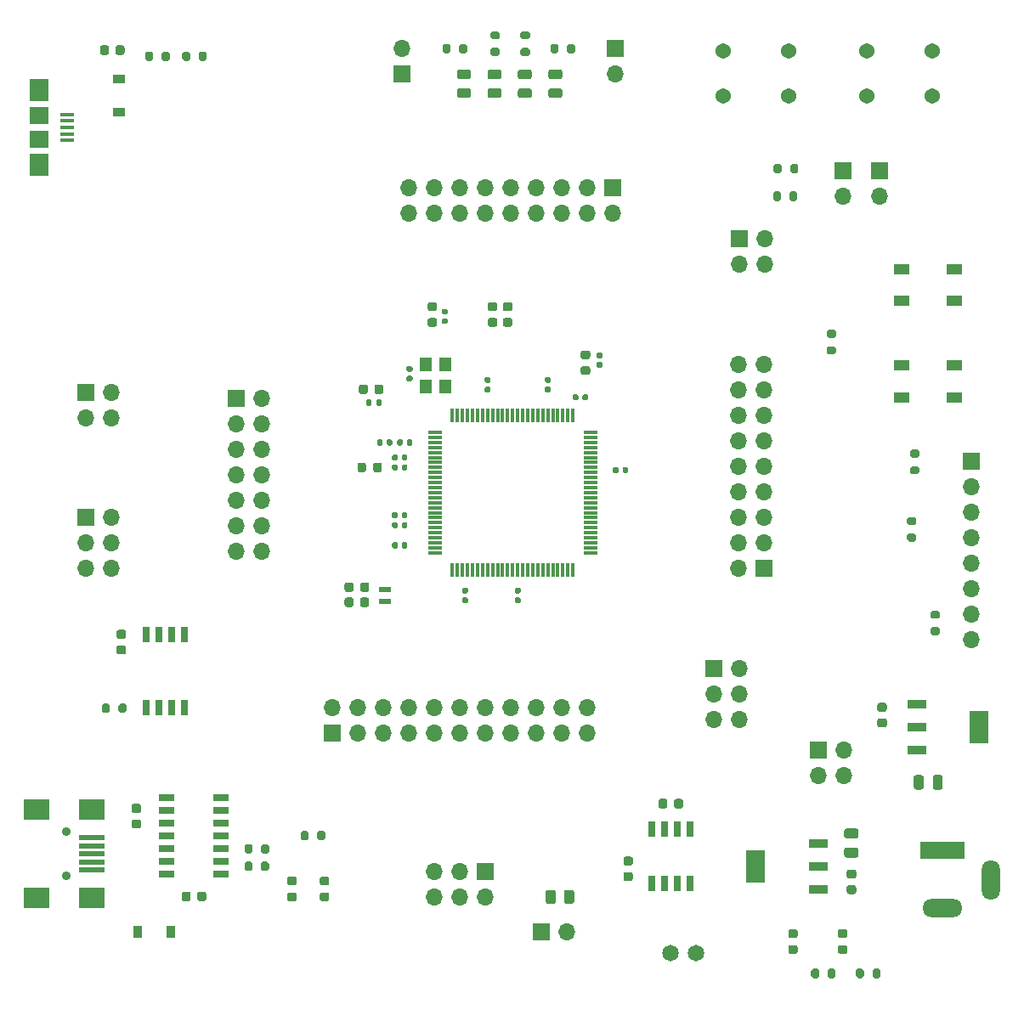
<source format=gts>
G04 #@! TF.GenerationSoftware,KiCad,Pcbnew,(5.1.10)-1*
G04 #@! TF.CreationDate,2021-10-22T20:36:56-06:00*
G04 #@! TF.ProjectId,SAMduino,53414d64-7569-46e6-9f2e-6b696361645f,rev?*
G04 #@! TF.SameCoordinates,Original*
G04 #@! TF.FileFunction,Soldermask,Top*
G04 #@! TF.FilePolarity,Negative*
%FSLAX46Y46*%
G04 Gerber Fmt 4.6, Leading zero omitted, Abs format (unit mm)*
G04 Created by KiCad (PCBNEW (5.1.10)-1) date 2021-10-22 20:36:56*
%MOMM*%
%LPD*%
G01*
G04 APERTURE LIST*
%ADD10R,1.850000X3.200000*%
%ADD11R,1.850000X0.900000*%
%ADD12R,1.200000X1.400000*%
%ADD13R,1.200000X0.600000*%
%ADD14R,1.550000X1.000000*%
%ADD15C,1.540000*%
%ADD16O,1.700000X1.700000*%
%ADD17R,1.700000X1.700000*%
%ADD18C,1.650000*%
%ADD19C,0.900000*%
%ADD20R,2.500000X0.500000*%
%ADD21R,2.500000X2.000000*%
%ADD22R,1.400000X0.400000*%
%ADD23R,1.900000X2.300000*%
%ADD24R,1.900000X1.800000*%
%ADD25R,4.400000X1.800000*%
%ADD26O,4.000000X1.800000*%
%ADD27O,1.800000X4.000000*%
%ADD28R,0.650000X1.500000*%
%ADD29R,1.500000X0.650000*%
%ADD30R,0.700000X1.550000*%
%ADD31R,0.300000X1.475000*%
%ADD32R,1.475000X0.300000*%
%ADD33R,0.900000X1.200000*%
%ADD34R,1.200000X0.900000*%
G04 APERTURE END LIST*
D10*
X129725000Y-124650000D03*
D11*
X123525000Y-126950000D03*
X123525000Y-124650000D03*
X123525000Y-122350000D03*
D10*
X107475000Y-138500000D03*
D11*
X113675000Y-136200000D03*
X113675000Y-138500000D03*
X113675000Y-140800000D03*
G36*
G01*
X125100000Y-130600000D02*
X125100000Y-129650000D01*
G75*
G02*
X125350000Y-129400000I250000J0D01*
G01*
X125850000Y-129400000D01*
G75*
G02*
X126100000Y-129650000I0J-250000D01*
G01*
X126100000Y-130600000D01*
G75*
G02*
X125850000Y-130850000I-250000J0D01*
G01*
X125350000Y-130850000D01*
G75*
G02*
X125100000Y-130600000I0J250000D01*
G01*
G37*
G36*
G01*
X123200000Y-130600000D02*
X123200000Y-129650000D01*
G75*
G02*
X123450000Y-129400000I250000J0D01*
G01*
X123950000Y-129400000D01*
G75*
G02*
X124200000Y-129650000I0J-250000D01*
G01*
X124200000Y-130600000D01*
G75*
G02*
X123950000Y-130850000I-250000J0D01*
G01*
X123450000Y-130850000D01*
G75*
G02*
X123200000Y-130600000I0J250000D01*
G01*
G37*
G36*
G01*
X117475000Y-135725000D02*
X116525000Y-135725000D01*
G75*
G02*
X116275000Y-135475000I0J250000D01*
G01*
X116275000Y-134975000D01*
G75*
G02*
X116525000Y-134725000I250000J0D01*
G01*
X117475000Y-134725000D01*
G75*
G02*
X117725000Y-134975000I0J-250000D01*
G01*
X117725000Y-135475000D01*
G75*
G02*
X117475000Y-135725000I-250000J0D01*
G01*
G37*
G36*
G01*
X117475000Y-137625000D02*
X116525000Y-137625000D01*
G75*
G02*
X116275000Y-137375000I0J250000D01*
G01*
X116275000Y-136875000D01*
G75*
G02*
X116525000Y-136625000I250000J0D01*
G01*
X117475000Y-136625000D01*
G75*
G02*
X117725000Y-136875000I0J-250000D01*
G01*
X117725000Y-137375000D01*
G75*
G02*
X117475000Y-137625000I-250000J0D01*
G01*
G37*
D12*
X76500000Y-88475000D03*
X76500000Y-90675000D03*
X74600000Y-90675000D03*
X74600000Y-88475000D03*
D13*
X70500000Y-112100000D03*
X70500000Y-110900000D03*
G36*
G01*
X62925000Y-135175000D02*
X62925000Y-135725000D01*
G75*
G02*
X62725000Y-135925000I-200000J0D01*
G01*
X62325000Y-135925000D01*
G75*
G02*
X62125000Y-135725000I0J200000D01*
G01*
X62125000Y-135175000D01*
G75*
G02*
X62325000Y-134975000I200000J0D01*
G01*
X62725000Y-134975000D01*
G75*
G02*
X62925000Y-135175000I0J-200000D01*
G01*
G37*
G36*
G01*
X64575000Y-135175000D02*
X64575000Y-135725000D01*
G75*
G02*
X64375000Y-135925000I-200000J0D01*
G01*
X63975000Y-135925000D01*
G75*
G02*
X63775000Y-135725000I0J200000D01*
G01*
X63775000Y-135175000D01*
G75*
G02*
X63975000Y-134975000I200000J0D01*
G01*
X64375000Y-134975000D01*
G75*
G02*
X64575000Y-135175000I0J-200000D01*
G01*
G37*
D14*
X122025000Y-78950000D03*
X127275000Y-78950000D03*
X122025000Y-82150000D03*
X127275000Y-82150000D03*
X122025000Y-88550000D03*
X127275000Y-88550000D03*
X122025000Y-91750000D03*
X127275000Y-91750000D03*
D15*
X104250000Y-57250000D03*
X110750000Y-57250000D03*
X104250000Y-61750000D03*
X110750000Y-61750000D03*
X118550000Y-57250000D03*
X125050000Y-57250000D03*
X118550000Y-61750000D03*
X125050000Y-61750000D03*
G36*
G01*
X114625000Y-149450000D02*
X114625000Y-148900000D01*
G75*
G02*
X114825000Y-148700000I200000J0D01*
G01*
X115225000Y-148700000D01*
G75*
G02*
X115425000Y-148900000I0J-200000D01*
G01*
X115425000Y-149450000D01*
G75*
G02*
X115225000Y-149650000I-200000J0D01*
G01*
X114825000Y-149650000D01*
G75*
G02*
X114625000Y-149450000I0J200000D01*
G01*
G37*
G36*
G01*
X112975000Y-149450000D02*
X112975000Y-148900000D01*
G75*
G02*
X113175000Y-148700000I200000J0D01*
G01*
X113575000Y-148700000D01*
G75*
G02*
X113775000Y-148900000I0J-200000D01*
G01*
X113775000Y-149450000D01*
G75*
G02*
X113575000Y-149650000I-200000J0D01*
G01*
X113175000Y-149650000D01*
G75*
G02*
X112975000Y-149450000I0J200000D01*
G01*
G37*
G36*
G01*
X118250000Y-148900000D02*
X118250000Y-149450000D01*
G75*
G02*
X118050000Y-149650000I-200000J0D01*
G01*
X117650000Y-149650000D01*
G75*
G02*
X117450000Y-149450000I0J200000D01*
G01*
X117450000Y-148900000D01*
G75*
G02*
X117650000Y-148700000I200000J0D01*
G01*
X118050000Y-148700000D01*
G75*
G02*
X118250000Y-148900000I0J-200000D01*
G01*
G37*
G36*
G01*
X119900000Y-148900000D02*
X119900000Y-149450000D01*
G75*
G02*
X119700000Y-149650000I-200000J0D01*
G01*
X119300000Y-149650000D01*
G75*
G02*
X119100000Y-149450000I0J200000D01*
G01*
X119100000Y-148900000D01*
G75*
G02*
X119300000Y-148700000I200000J0D01*
G01*
X119700000Y-148700000D01*
G75*
G02*
X119900000Y-148900000I0J-200000D01*
G01*
G37*
G36*
G01*
X122725000Y-105325000D02*
X123275000Y-105325000D01*
G75*
G02*
X123475000Y-105525000I0J-200000D01*
G01*
X123475000Y-105925000D01*
G75*
G02*
X123275000Y-106125000I-200000J0D01*
G01*
X122725000Y-106125000D01*
G75*
G02*
X122525000Y-105925000I0J200000D01*
G01*
X122525000Y-105525000D01*
G75*
G02*
X122725000Y-105325000I200000J0D01*
G01*
G37*
G36*
G01*
X122725000Y-103675000D02*
X123275000Y-103675000D01*
G75*
G02*
X123475000Y-103875000I0J-200000D01*
G01*
X123475000Y-104275000D01*
G75*
G02*
X123275000Y-104475000I-200000J0D01*
G01*
X122725000Y-104475000D01*
G75*
G02*
X122525000Y-104275000I0J200000D01*
G01*
X122525000Y-103875000D01*
G75*
G02*
X122725000Y-103675000I200000J0D01*
G01*
G37*
G36*
G01*
X123575000Y-97775000D02*
X123025000Y-97775000D01*
G75*
G02*
X122825000Y-97575000I0J200000D01*
G01*
X122825000Y-97175000D01*
G75*
G02*
X123025000Y-96975000I200000J0D01*
G01*
X123575000Y-96975000D01*
G75*
G02*
X123775000Y-97175000I0J-200000D01*
G01*
X123775000Y-97575000D01*
G75*
G02*
X123575000Y-97775000I-200000J0D01*
G01*
G37*
G36*
G01*
X123575000Y-99425000D02*
X123025000Y-99425000D01*
G75*
G02*
X122825000Y-99225000I0J200000D01*
G01*
X122825000Y-98825000D01*
G75*
G02*
X123025000Y-98625000I200000J0D01*
G01*
X123575000Y-98625000D01*
G75*
G02*
X123775000Y-98825000I0J-200000D01*
G01*
X123775000Y-99225000D01*
G75*
G02*
X123575000Y-99425000I-200000J0D01*
G01*
G37*
G36*
G01*
X109975000Y-71425000D02*
X109975000Y-71975000D01*
G75*
G02*
X109775000Y-72175000I-200000J0D01*
G01*
X109375000Y-72175000D01*
G75*
G02*
X109175000Y-71975000I0J200000D01*
G01*
X109175000Y-71425000D01*
G75*
G02*
X109375000Y-71225000I200000J0D01*
G01*
X109775000Y-71225000D01*
G75*
G02*
X109975000Y-71425000I0J-200000D01*
G01*
G37*
G36*
G01*
X111625000Y-71425000D02*
X111625000Y-71975000D01*
G75*
G02*
X111425000Y-72175000I-200000J0D01*
G01*
X111025000Y-72175000D01*
G75*
G02*
X110825000Y-71975000I0J200000D01*
G01*
X110825000Y-71425000D01*
G75*
G02*
X111025000Y-71225000I200000J0D01*
G01*
X111425000Y-71225000D01*
G75*
G02*
X111625000Y-71425000I0J-200000D01*
G01*
G37*
G36*
G01*
X110050000Y-68675000D02*
X110050000Y-69225000D01*
G75*
G02*
X109850000Y-69425000I-200000J0D01*
G01*
X109450000Y-69425000D01*
G75*
G02*
X109250000Y-69225000I0J200000D01*
G01*
X109250000Y-68675000D01*
G75*
G02*
X109450000Y-68475000I200000J0D01*
G01*
X109850000Y-68475000D01*
G75*
G02*
X110050000Y-68675000I0J-200000D01*
G01*
G37*
G36*
G01*
X111700000Y-68675000D02*
X111700000Y-69225000D01*
G75*
G02*
X111500000Y-69425000I-200000J0D01*
G01*
X111100000Y-69425000D01*
G75*
G02*
X110900000Y-69225000I0J200000D01*
G01*
X110900000Y-68675000D01*
G75*
G02*
X111100000Y-68475000I200000J0D01*
G01*
X111500000Y-68475000D01*
G75*
G02*
X111700000Y-68675000I0J-200000D01*
G01*
G37*
G36*
G01*
X115275000Y-85825000D02*
X114725000Y-85825000D01*
G75*
G02*
X114525000Y-85625000I0J200000D01*
G01*
X114525000Y-85225000D01*
G75*
G02*
X114725000Y-85025000I200000J0D01*
G01*
X115275000Y-85025000D01*
G75*
G02*
X115475000Y-85225000I0J-200000D01*
G01*
X115475000Y-85625000D01*
G75*
G02*
X115275000Y-85825000I-200000J0D01*
G01*
G37*
G36*
G01*
X115275000Y-87475000D02*
X114725000Y-87475000D01*
G75*
G02*
X114525000Y-87275000I0J200000D01*
G01*
X114525000Y-86875000D01*
G75*
G02*
X114725000Y-86675000I200000J0D01*
G01*
X115275000Y-86675000D01*
G75*
G02*
X115475000Y-86875000I0J-200000D01*
G01*
X115475000Y-87275000D01*
G75*
G02*
X115275000Y-87475000I-200000J0D01*
G01*
G37*
G36*
G01*
X87825000Y-56725000D02*
X87825000Y-57275000D01*
G75*
G02*
X87625000Y-57475000I-200000J0D01*
G01*
X87225000Y-57475000D01*
G75*
G02*
X87025000Y-57275000I0J200000D01*
G01*
X87025000Y-56725000D01*
G75*
G02*
X87225000Y-56525000I200000J0D01*
G01*
X87625000Y-56525000D01*
G75*
G02*
X87825000Y-56725000I0J-200000D01*
G01*
G37*
G36*
G01*
X89475000Y-56725000D02*
X89475000Y-57275000D01*
G75*
G02*
X89275000Y-57475000I-200000J0D01*
G01*
X88875000Y-57475000D01*
G75*
G02*
X88675000Y-57275000I0J200000D01*
G01*
X88675000Y-56725000D01*
G75*
G02*
X88875000Y-56525000I200000J0D01*
G01*
X89275000Y-56525000D01*
G75*
G02*
X89475000Y-56725000I0J-200000D01*
G01*
G37*
G36*
G01*
X84225000Y-56925000D02*
X84775000Y-56925000D01*
G75*
G02*
X84975000Y-57125000I0J-200000D01*
G01*
X84975000Y-57525000D01*
G75*
G02*
X84775000Y-57725000I-200000J0D01*
G01*
X84225000Y-57725000D01*
G75*
G02*
X84025000Y-57525000I0J200000D01*
G01*
X84025000Y-57125000D01*
G75*
G02*
X84225000Y-56925000I200000J0D01*
G01*
G37*
G36*
G01*
X84225000Y-55275000D02*
X84775000Y-55275000D01*
G75*
G02*
X84975000Y-55475000I0J-200000D01*
G01*
X84975000Y-55875000D01*
G75*
G02*
X84775000Y-56075000I-200000J0D01*
G01*
X84225000Y-56075000D01*
G75*
G02*
X84025000Y-55875000I0J200000D01*
G01*
X84025000Y-55475000D01*
G75*
G02*
X84225000Y-55275000I200000J0D01*
G01*
G37*
G36*
G01*
X81225000Y-56925000D02*
X81775000Y-56925000D01*
G75*
G02*
X81975000Y-57125000I0J-200000D01*
G01*
X81975000Y-57525000D01*
G75*
G02*
X81775000Y-57725000I-200000J0D01*
G01*
X81225000Y-57725000D01*
G75*
G02*
X81025000Y-57525000I0J200000D01*
G01*
X81025000Y-57125000D01*
G75*
G02*
X81225000Y-56925000I200000J0D01*
G01*
G37*
G36*
G01*
X81225000Y-55275000D02*
X81775000Y-55275000D01*
G75*
G02*
X81975000Y-55475000I0J-200000D01*
G01*
X81975000Y-55875000D01*
G75*
G02*
X81775000Y-56075000I-200000J0D01*
G01*
X81225000Y-56075000D01*
G75*
G02*
X81025000Y-55875000I0J200000D01*
G01*
X81025000Y-55475000D01*
G75*
G02*
X81225000Y-55275000I200000J0D01*
G01*
G37*
G36*
G01*
X77925000Y-57275000D02*
X77925000Y-56725000D01*
G75*
G02*
X78125000Y-56525000I200000J0D01*
G01*
X78525000Y-56525000D01*
G75*
G02*
X78725000Y-56725000I0J-200000D01*
G01*
X78725000Y-57275000D01*
G75*
G02*
X78525000Y-57475000I-200000J0D01*
G01*
X78125000Y-57475000D01*
G75*
G02*
X77925000Y-57275000I0J200000D01*
G01*
G37*
G36*
G01*
X76275000Y-57275000D02*
X76275000Y-56725000D01*
G75*
G02*
X76475000Y-56525000I200000J0D01*
G01*
X76875000Y-56525000D01*
G75*
G02*
X77075000Y-56725000I0J-200000D01*
G01*
X77075000Y-57275000D01*
G75*
G02*
X76875000Y-57475000I-200000J0D01*
G01*
X76475000Y-57475000D01*
G75*
G02*
X76275000Y-57275000I0J200000D01*
G01*
G37*
G36*
G01*
X125625000Y-113825000D02*
X125075000Y-113825000D01*
G75*
G02*
X124875000Y-113625000I0J200000D01*
G01*
X124875000Y-113225000D01*
G75*
G02*
X125075000Y-113025000I200000J0D01*
G01*
X125625000Y-113025000D01*
G75*
G02*
X125825000Y-113225000I0J-200000D01*
G01*
X125825000Y-113625000D01*
G75*
G02*
X125625000Y-113825000I-200000J0D01*
G01*
G37*
G36*
G01*
X125625000Y-115475000D02*
X125075000Y-115475000D01*
G75*
G02*
X124875000Y-115275000I0J200000D01*
G01*
X124875000Y-114875000D01*
G75*
G02*
X125075000Y-114675000I200000J0D01*
G01*
X125625000Y-114675000D01*
G75*
G02*
X125825000Y-114875000I0J-200000D01*
G01*
X125825000Y-115275000D01*
G75*
G02*
X125625000Y-115475000I-200000J0D01*
G01*
G37*
G36*
G01*
X88350000Y-142000002D02*
X88350000Y-141099998D01*
G75*
G02*
X88599998Y-140850000I249998J0D01*
G01*
X89125002Y-140850000D01*
G75*
G02*
X89375000Y-141099998I0J-249998D01*
G01*
X89375000Y-142000002D01*
G75*
G02*
X89125002Y-142250000I-249998J0D01*
G01*
X88599998Y-142250000D01*
G75*
G02*
X88350000Y-142000002I0J249998D01*
G01*
G37*
G36*
G01*
X86525000Y-142000002D02*
X86525000Y-141099998D01*
G75*
G02*
X86774998Y-140850000I249998J0D01*
G01*
X87300002Y-140850000D01*
G75*
G02*
X87550000Y-141099998I0J-249998D01*
G01*
X87550000Y-142000002D01*
G75*
G02*
X87300002Y-142250000I-249998J0D01*
G01*
X86774998Y-142250000D01*
G75*
G02*
X86525000Y-142000002I0J249998D01*
G01*
G37*
G36*
G01*
X58175000Y-137025000D02*
X58175000Y-136475000D01*
G75*
G02*
X58375000Y-136275000I200000J0D01*
G01*
X58775000Y-136275000D01*
G75*
G02*
X58975000Y-136475000I0J-200000D01*
G01*
X58975000Y-137025000D01*
G75*
G02*
X58775000Y-137225000I-200000J0D01*
G01*
X58375000Y-137225000D01*
G75*
G02*
X58175000Y-137025000I0J200000D01*
G01*
G37*
G36*
G01*
X56525000Y-137025000D02*
X56525000Y-136475000D01*
G75*
G02*
X56725000Y-136275000I200000J0D01*
G01*
X57125000Y-136275000D01*
G75*
G02*
X57325000Y-136475000I0J-200000D01*
G01*
X57325000Y-137025000D01*
G75*
G02*
X57125000Y-137225000I-200000J0D01*
G01*
X56725000Y-137225000D01*
G75*
G02*
X56525000Y-137025000I0J200000D01*
G01*
G37*
G36*
G01*
X58175000Y-138775000D02*
X58175000Y-138225000D01*
G75*
G02*
X58375000Y-138025000I200000J0D01*
G01*
X58775000Y-138025000D01*
G75*
G02*
X58975000Y-138225000I0J-200000D01*
G01*
X58975000Y-138775000D01*
G75*
G02*
X58775000Y-138975000I-200000J0D01*
G01*
X58375000Y-138975000D01*
G75*
G02*
X58175000Y-138775000I0J200000D01*
G01*
G37*
G36*
G01*
X56525000Y-138775000D02*
X56525000Y-138225000D01*
G75*
G02*
X56725000Y-138025000I200000J0D01*
G01*
X57125000Y-138025000D01*
G75*
G02*
X57325000Y-138225000I0J-200000D01*
G01*
X57325000Y-138775000D01*
G75*
G02*
X57125000Y-138975000I-200000J0D01*
G01*
X56725000Y-138975000D01*
G75*
G02*
X56525000Y-138775000I0J200000D01*
G01*
G37*
G36*
G01*
X43975000Y-123025000D02*
X43975000Y-122475000D01*
G75*
G02*
X44175000Y-122275000I200000J0D01*
G01*
X44575000Y-122275000D01*
G75*
G02*
X44775000Y-122475000I0J-200000D01*
G01*
X44775000Y-123025000D01*
G75*
G02*
X44575000Y-123225000I-200000J0D01*
G01*
X44175000Y-123225000D01*
G75*
G02*
X43975000Y-123025000I0J200000D01*
G01*
G37*
G36*
G01*
X42325000Y-123025000D02*
X42325000Y-122475000D01*
G75*
G02*
X42525000Y-122275000I200000J0D01*
G01*
X42925000Y-122275000D01*
G75*
G02*
X43125000Y-122475000I0J-200000D01*
G01*
X43125000Y-123025000D01*
G75*
G02*
X42925000Y-123225000I-200000J0D01*
G01*
X42525000Y-123225000D01*
G75*
G02*
X42325000Y-123025000I0J200000D01*
G01*
G37*
G36*
G01*
X48275000Y-58025000D02*
X48275000Y-57475000D01*
G75*
G02*
X48475000Y-57275000I200000J0D01*
G01*
X48875000Y-57275000D01*
G75*
G02*
X49075000Y-57475000I0J-200000D01*
G01*
X49075000Y-58025000D01*
G75*
G02*
X48875000Y-58225000I-200000J0D01*
G01*
X48475000Y-58225000D01*
G75*
G02*
X48275000Y-58025000I0J200000D01*
G01*
G37*
G36*
G01*
X46625000Y-58025000D02*
X46625000Y-57475000D01*
G75*
G02*
X46825000Y-57275000I200000J0D01*
G01*
X47225000Y-57275000D01*
G75*
G02*
X47425000Y-57475000I0J-200000D01*
G01*
X47425000Y-58025000D01*
G75*
G02*
X47225000Y-58225000I-200000J0D01*
G01*
X46825000Y-58225000D01*
G75*
G02*
X46625000Y-58025000I0J200000D01*
G01*
G37*
G36*
G01*
X51975000Y-58025000D02*
X51975000Y-57475000D01*
G75*
G02*
X52175000Y-57275000I200000J0D01*
G01*
X52575000Y-57275000D01*
G75*
G02*
X52775000Y-57475000I0J-200000D01*
G01*
X52775000Y-58025000D01*
G75*
G02*
X52575000Y-58225000I-200000J0D01*
G01*
X52175000Y-58225000D01*
G75*
G02*
X51975000Y-58025000I0J200000D01*
G01*
G37*
G36*
G01*
X50325000Y-58025000D02*
X50325000Y-57475000D01*
G75*
G02*
X50525000Y-57275000I200000J0D01*
G01*
X50925000Y-57275000D01*
G75*
G02*
X51125000Y-57475000I0J-200000D01*
G01*
X51125000Y-58025000D01*
G75*
G02*
X50925000Y-58225000I-200000J0D01*
G01*
X50525000Y-58225000D01*
G75*
G02*
X50325000Y-58025000I0J200000D01*
G01*
G37*
G36*
G01*
X69170000Y-92090000D02*
X69170000Y-92460000D01*
G75*
G02*
X69035000Y-92595000I-135000J0D01*
G01*
X68765000Y-92595000D01*
G75*
G02*
X68630000Y-92460000I0J135000D01*
G01*
X68630000Y-92090000D01*
G75*
G02*
X68765000Y-91955000I135000J0D01*
G01*
X69035000Y-91955000D01*
G75*
G02*
X69170000Y-92090000I0J-135000D01*
G01*
G37*
G36*
G01*
X70190000Y-92090000D02*
X70190000Y-92460000D01*
G75*
G02*
X70055000Y-92595000I-135000J0D01*
G01*
X69785000Y-92595000D01*
G75*
G02*
X69650000Y-92460000I0J135000D01*
G01*
X69650000Y-92090000D01*
G75*
G02*
X69785000Y-91955000I135000J0D01*
G01*
X70055000Y-91955000D01*
G75*
G02*
X70190000Y-92090000I0J-135000D01*
G01*
G37*
G36*
G01*
X75506250Y-83150000D02*
X74993750Y-83150000D01*
G75*
G02*
X74775000Y-82931250I0J218750D01*
G01*
X74775000Y-82493750D01*
G75*
G02*
X74993750Y-82275000I218750J0D01*
G01*
X75506250Y-82275000D01*
G75*
G02*
X75725000Y-82493750I0J-218750D01*
G01*
X75725000Y-82931250D01*
G75*
G02*
X75506250Y-83150000I-218750J0D01*
G01*
G37*
G36*
G01*
X75506250Y-84725000D02*
X74993750Y-84725000D01*
G75*
G02*
X74775000Y-84506250I0J218750D01*
G01*
X74775000Y-84068750D01*
G75*
G02*
X74993750Y-83850000I218750J0D01*
G01*
X75506250Y-83850000D01*
G75*
G02*
X75725000Y-84068750I0J-218750D01*
G01*
X75725000Y-84506250D01*
G75*
G02*
X75506250Y-84725000I-218750J0D01*
G01*
G37*
G36*
G01*
X90243750Y-88650000D02*
X90756250Y-88650000D01*
G75*
G02*
X90975000Y-88868750I0J-218750D01*
G01*
X90975000Y-89306250D01*
G75*
G02*
X90756250Y-89525000I-218750J0D01*
G01*
X90243750Y-89525000D01*
G75*
G02*
X90025000Y-89306250I0J218750D01*
G01*
X90025000Y-88868750D01*
G75*
G02*
X90243750Y-88650000I218750J0D01*
G01*
G37*
G36*
G01*
X90243750Y-87075000D02*
X90756250Y-87075000D01*
G75*
G02*
X90975000Y-87293750I0J-218750D01*
G01*
X90975000Y-87731250D01*
G75*
G02*
X90756250Y-87950000I-218750J0D01*
G01*
X90243750Y-87950000D01*
G75*
G02*
X90025000Y-87731250I0J218750D01*
G01*
X90025000Y-87293750D01*
G75*
G02*
X90243750Y-87075000I218750J0D01*
G01*
G37*
G36*
G01*
X68650000Y-98493750D02*
X68650000Y-99006250D01*
G75*
G02*
X68431250Y-99225000I-218750J0D01*
G01*
X67993750Y-99225000D01*
G75*
G02*
X67775000Y-99006250I0J218750D01*
G01*
X67775000Y-98493750D01*
G75*
G02*
X67993750Y-98275000I218750J0D01*
G01*
X68431250Y-98275000D01*
G75*
G02*
X68650000Y-98493750I0J-218750D01*
G01*
G37*
G36*
G01*
X70225000Y-98493750D02*
X70225000Y-99006250D01*
G75*
G02*
X70006250Y-99225000I-218750J0D01*
G01*
X69568750Y-99225000D01*
G75*
G02*
X69350000Y-99006250I0J218750D01*
G01*
X69350000Y-98493750D01*
G75*
G02*
X69568750Y-98275000I218750J0D01*
G01*
X70006250Y-98275000D01*
G75*
G02*
X70225000Y-98493750I0J-218750D01*
G01*
G37*
G36*
G01*
X81506250Y-83150000D02*
X80993750Y-83150000D01*
G75*
G02*
X80775000Y-82931250I0J218750D01*
G01*
X80775000Y-82493750D01*
G75*
G02*
X80993750Y-82275000I218750J0D01*
G01*
X81506250Y-82275000D01*
G75*
G02*
X81725000Y-82493750I0J-218750D01*
G01*
X81725000Y-82931250D01*
G75*
G02*
X81506250Y-83150000I-218750J0D01*
G01*
G37*
G36*
G01*
X81506250Y-84725000D02*
X80993750Y-84725000D01*
G75*
G02*
X80775000Y-84506250I0J218750D01*
G01*
X80775000Y-84068750D01*
G75*
G02*
X80993750Y-83850000I218750J0D01*
G01*
X81506250Y-83850000D01*
G75*
G02*
X81725000Y-84068750I0J-218750D01*
G01*
X81725000Y-84506250D01*
G75*
G02*
X81506250Y-84725000I-218750J0D01*
G01*
G37*
D16*
X128950000Y-115880000D03*
X128950000Y-113340000D03*
X128950000Y-110800000D03*
X128950000Y-108260000D03*
X128950000Y-105720000D03*
X128950000Y-103180000D03*
X128950000Y-100640000D03*
D17*
X128950000Y-98100000D03*
D16*
X105790000Y-123830000D03*
X103250000Y-123830000D03*
X105790000Y-121290000D03*
X103250000Y-121290000D03*
X105790000Y-118750000D03*
D17*
X103250000Y-118750000D03*
D16*
X43290000Y-93790000D03*
X40750000Y-93790000D03*
X43290000Y-91250000D03*
D17*
X40750000Y-91250000D03*
D16*
X75420000Y-141540000D03*
X75420000Y-139000000D03*
X77960000Y-141540000D03*
X77960000Y-139000000D03*
X80500000Y-141540000D03*
D17*
X80500000Y-139000000D03*
D16*
X119800000Y-71690000D03*
D17*
X119800000Y-69150000D03*
D16*
X43290000Y-108790000D03*
X40750000Y-108790000D03*
X43290000Y-106250000D03*
X40750000Y-106250000D03*
X43290000Y-103710000D03*
D17*
X40750000Y-103710000D03*
D16*
X108390000Y-78490000D03*
X105850000Y-78490000D03*
X108390000Y-75950000D03*
D17*
X105850000Y-75950000D03*
D16*
X116150000Y-71690000D03*
D17*
X116150000Y-69150000D03*
D16*
X72900000Y-73390000D03*
X72900000Y-70850000D03*
X75440000Y-73390000D03*
X75440000Y-70850000D03*
X77980000Y-73390000D03*
X77980000Y-70850000D03*
X80520000Y-73390000D03*
X80520000Y-70850000D03*
X83060000Y-73390000D03*
X83060000Y-70850000D03*
X85600000Y-73390000D03*
X85600000Y-70850000D03*
X88140000Y-73390000D03*
X88140000Y-70850000D03*
X90680000Y-73390000D03*
X90680000Y-70850000D03*
X93220000Y-73390000D03*
D17*
X93220000Y-70850000D03*
D16*
X105710000Y-88430000D03*
X108250000Y-88430000D03*
X105710000Y-90970000D03*
X108250000Y-90970000D03*
X105710000Y-93510000D03*
X108250000Y-93510000D03*
X105710000Y-96050000D03*
X108250000Y-96050000D03*
X105710000Y-98590000D03*
X108250000Y-98590000D03*
X105710000Y-101130000D03*
X108250000Y-101130000D03*
X105710000Y-103670000D03*
X108250000Y-103670000D03*
X105710000Y-106210000D03*
X108250000Y-106210000D03*
X105710000Y-108750000D03*
D17*
X108250000Y-108750000D03*
D16*
X90700000Y-122710000D03*
X90700000Y-125250000D03*
X88160000Y-122710000D03*
X88160000Y-125250000D03*
X85620000Y-122710000D03*
X85620000Y-125250000D03*
X83080000Y-122710000D03*
X83080000Y-125250000D03*
X80540000Y-122710000D03*
X80540000Y-125250000D03*
X78000000Y-122710000D03*
X78000000Y-125250000D03*
X75460000Y-122710000D03*
X75460000Y-125250000D03*
X72920000Y-122710000D03*
X72920000Y-125250000D03*
X70380000Y-122710000D03*
X70380000Y-125250000D03*
X67840000Y-122710000D03*
X67840000Y-125250000D03*
X65300000Y-122710000D03*
D17*
X65300000Y-125250000D03*
D16*
X58250000Y-107120000D03*
X55710000Y-107120000D03*
X58250000Y-104580000D03*
X55710000Y-104580000D03*
X58250000Y-102040000D03*
X55710000Y-102040000D03*
X58250000Y-99500000D03*
X55710000Y-99500000D03*
X58250000Y-96960000D03*
X55710000Y-96960000D03*
X58250000Y-94420000D03*
X55710000Y-94420000D03*
X58250000Y-91880000D03*
D17*
X55710000Y-91880000D03*
D16*
X93500000Y-59540000D03*
D17*
X93500000Y-57000000D03*
D16*
X72250000Y-56960000D03*
D17*
X72250000Y-59500000D03*
D18*
X101520000Y-147150000D03*
X98980000Y-147150000D03*
D16*
X88640000Y-145000000D03*
D17*
X86100000Y-145000000D03*
D19*
X38750000Y-139450000D03*
X38750000Y-135050000D03*
D20*
X41350000Y-138850000D03*
X41350000Y-138050000D03*
X41350000Y-137250000D03*
X41350000Y-136450000D03*
X41350000Y-135650000D03*
D21*
X41350000Y-141650000D03*
X41350000Y-132850000D03*
X35850000Y-141650000D03*
X35850000Y-132850000D03*
D22*
X38900000Y-63550000D03*
X38900000Y-64200000D03*
X38900000Y-64850000D03*
X38900000Y-65500000D03*
X38900000Y-66150000D03*
D23*
X36050000Y-61100000D03*
X36050000Y-68600000D03*
D24*
X36050000Y-63700000D03*
X36050000Y-66000000D03*
D16*
X116265000Y-129465000D03*
X113725000Y-129465000D03*
X116265000Y-126925000D03*
D17*
X113725000Y-126925000D03*
D25*
X126050000Y-136900000D03*
D26*
X126050000Y-142700000D03*
D27*
X130850000Y-139900000D03*
D28*
X100905000Y-140200000D03*
X99635000Y-140200000D03*
X98365000Y-140200000D03*
X97095000Y-140200000D03*
X97095000Y-134800000D03*
X98365000Y-134800000D03*
X99635000Y-134800000D03*
X100905000Y-134800000D03*
D29*
X48800000Y-139310000D03*
X48800000Y-138040000D03*
X48800000Y-136770000D03*
X48800000Y-135500000D03*
X48800000Y-134230000D03*
X48800000Y-132960000D03*
X48800000Y-131690000D03*
X54200000Y-131690000D03*
X54200000Y-132960000D03*
X54200000Y-134230000D03*
X54200000Y-135500000D03*
X54200000Y-136770000D03*
X54200000Y-138040000D03*
X54200000Y-139310000D03*
D30*
X46745000Y-115400000D03*
X48015000Y-115400000D03*
X49285000Y-115400000D03*
X50555000Y-115400000D03*
X50555000Y-122700000D03*
X49285000Y-122700000D03*
X48015000Y-122700000D03*
X46745000Y-122700000D03*
D31*
X77250000Y-93512000D03*
X77750000Y-93512000D03*
X78250000Y-93512000D03*
X78750000Y-93512000D03*
X79250000Y-93512000D03*
X79750000Y-93512000D03*
X80250000Y-93512000D03*
X80750000Y-93512000D03*
X81250000Y-93512000D03*
X81750000Y-93512000D03*
X82250000Y-93512000D03*
X82750000Y-93512000D03*
X83250000Y-93512000D03*
X83750000Y-93512000D03*
X84250000Y-93512000D03*
X84750000Y-93512000D03*
X85250000Y-93512000D03*
X85750000Y-93512000D03*
X86250000Y-93512000D03*
X86750000Y-93512000D03*
X87250000Y-93512000D03*
X87750000Y-93512000D03*
X88250000Y-93512000D03*
X88750000Y-93512000D03*
X89250000Y-93512000D03*
D32*
X90988000Y-95250000D03*
X90988000Y-95750000D03*
X90988000Y-96250000D03*
X90988000Y-96750000D03*
X90988000Y-97250000D03*
X90988000Y-97750000D03*
X90988000Y-98250000D03*
X90988000Y-98750000D03*
X90988000Y-99250000D03*
X90988000Y-99750000D03*
X90988000Y-100250000D03*
X90988000Y-100750000D03*
X90988000Y-101250000D03*
X90988000Y-101750000D03*
X90988000Y-102250000D03*
X90988000Y-102750000D03*
X90988000Y-103250000D03*
X90988000Y-103750000D03*
X90988000Y-104250000D03*
X90988000Y-104750000D03*
X90988000Y-105250000D03*
X90988000Y-105750000D03*
X90988000Y-106250000D03*
X90988000Y-106750000D03*
X90988000Y-107250000D03*
D31*
X89250000Y-108988000D03*
X88750000Y-108988000D03*
X88250000Y-108988000D03*
X87750000Y-108988000D03*
X87250000Y-108988000D03*
X86750000Y-108988000D03*
X86250000Y-108988000D03*
X85750000Y-108988000D03*
X85250000Y-108988000D03*
X84750000Y-108988000D03*
X84250000Y-108988000D03*
X83750000Y-108988000D03*
X83250000Y-108988000D03*
X82750000Y-108988000D03*
X82250000Y-108988000D03*
X81750000Y-108988000D03*
X81250000Y-108988000D03*
X80750000Y-108988000D03*
X80250000Y-108988000D03*
X79750000Y-108988000D03*
X79250000Y-108988000D03*
X78750000Y-108988000D03*
X78250000Y-108988000D03*
X77750000Y-108988000D03*
X77250000Y-108988000D03*
D32*
X75512000Y-107250000D03*
X75512000Y-106750000D03*
X75512000Y-106250000D03*
X75512000Y-105750000D03*
X75512000Y-105250000D03*
X75512000Y-104750000D03*
X75512000Y-104250000D03*
X75512000Y-103750000D03*
X75512000Y-103250000D03*
X75512000Y-102750000D03*
X75512000Y-102250000D03*
X75512000Y-101750000D03*
X75512000Y-101250000D03*
X75512000Y-100750000D03*
X75512000Y-100250000D03*
X75512000Y-99750000D03*
X75512000Y-99250000D03*
X75512000Y-98750000D03*
X75512000Y-98250000D03*
X75512000Y-97750000D03*
X75512000Y-97250000D03*
X75512000Y-96750000D03*
X75512000Y-96250000D03*
X75512000Y-95750000D03*
X75512000Y-95250000D03*
G36*
G01*
X111431250Y-145650000D02*
X110918750Y-145650000D01*
G75*
G02*
X110700000Y-145431250I0J218750D01*
G01*
X110700000Y-144993750D01*
G75*
G02*
X110918750Y-144775000I218750J0D01*
G01*
X111431250Y-144775000D01*
G75*
G02*
X111650000Y-144993750I0J-218750D01*
G01*
X111650000Y-145431250D01*
G75*
G02*
X111431250Y-145650000I-218750J0D01*
G01*
G37*
G36*
G01*
X111431250Y-147225000D02*
X110918750Y-147225000D01*
G75*
G02*
X110700000Y-147006250I0J218750D01*
G01*
X110700000Y-146568750D01*
G75*
G02*
X110918750Y-146350000I218750J0D01*
G01*
X111431250Y-146350000D01*
G75*
G02*
X111650000Y-146568750I0J-218750D01*
G01*
X111650000Y-147006250D01*
G75*
G02*
X111431250Y-147225000I-218750J0D01*
G01*
G37*
G36*
G01*
X116381250Y-145650000D02*
X115868750Y-145650000D01*
G75*
G02*
X115650000Y-145431250I0J218750D01*
G01*
X115650000Y-144993750D01*
G75*
G02*
X115868750Y-144775000I218750J0D01*
G01*
X116381250Y-144775000D01*
G75*
G02*
X116600000Y-144993750I0J-218750D01*
G01*
X116600000Y-145431250D01*
G75*
G02*
X116381250Y-145650000I-218750J0D01*
G01*
G37*
G36*
G01*
X116381250Y-147225000D02*
X115868750Y-147225000D01*
G75*
G02*
X115650000Y-147006250I0J218750D01*
G01*
X115650000Y-146568750D01*
G75*
G02*
X115868750Y-146350000I218750J0D01*
G01*
X116381250Y-146350000D01*
G75*
G02*
X116600000Y-146568750I0J-218750D01*
G01*
X116600000Y-147006250D01*
G75*
G02*
X116381250Y-147225000I-218750J0D01*
G01*
G37*
G36*
G01*
X87956250Y-60050000D02*
X87043750Y-60050000D01*
G75*
G02*
X86800000Y-59806250I0J243750D01*
G01*
X86800000Y-59318750D01*
G75*
G02*
X87043750Y-59075000I243750J0D01*
G01*
X87956250Y-59075000D01*
G75*
G02*
X88200000Y-59318750I0J-243750D01*
G01*
X88200000Y-59806250D01*
G75*
G02*
X87956250Y-60050000I-243750J0D01*
G01*
G37*
G36*
G01*
X87956250Y-61925000D02*
X87043750Y-61925000D01*
G75*
G02*
X86800000Y-61681250I0J243750D01*
G01*
X86800000Y-61193750D01*
G75*
G02*
X87043750Y-60950000I243750J0D01*
G01*
X87956250Y-60950000D01*
G75*
G02*
X88200000Y-61193750I0J-243750D01*
G01*
X88200000Y-61681250D01*
G75*
G02*
X87956250Y-61925000I-243750J0D01*
G01*
G37*
G36*
G01*
X84922916Y-60050000D02*
X84010416Y-60050000D01*
G75*
G02*
X83766666Y-59806250I0J243750D01*
G01*
X83766666Y-59318750D01*
G75*
G02*
X84010416Y-59075000I243750J0D01*
G01*
X84922916Y-59075000D01*
G75*
G02*
X85166666Y-59318750I0J-243750D01*
G01*
X85166666Y-59806250D01*
G75*
G02*
X84922916Y-60050000I-243750J0D01*
G01*
G37*
G36*
G01*
X84922916Y-61925000D02*
X84010416Y-61925000D01*
G75*
G02*
X83766666Y-61681250I0J243750D01*
G01*
X83766666Y-61193750D01*
G75*
G02*
X84010416Y-60950000I243750J0D01*
G01*
X84922916Y-60950000D01*
G75*
G02*
X85166666Y-61193750I0J-243750D01*
G01*
X85166666Y-61681250D01*
G75*
G02*
X84922916Y-61925000I-243750J0D01*
G01*
G37*
G36*
G01*
X81889583Y-60050000D02*
X80977083Y-60050000D01*
G75*
G02*
X80733333Y-59806250I0J243750D01*
G01*
X80733333Y-59318750D01*
G75*
G02*
X80977083Y-59075000I243750J0D01*
G01*
X81889583Y-59075000D01*
G75*
G02*
X82133333Y-59318750I0J-243750D01*
G01*
X82133333Y-59806250D01*
G75*
G02*
X81889583Y-60050000I-243750J0D01*
G01*
G37*
G36*
G01*
X81889583Y-61925000D02*
X80977083Y-61925000D01*
G75*
G02*
X80733333Y-61681250I0J243750D01*
G01*
X80733333Y-61193750D01*
G75*
G02*
X80977083Y-60950000I243750J0D01*
G01*
X81889583Y-60950000D01*
G75*
G02*
X82133333Y-61193750I0J-243750D01*
G01*
X82133333Y-61681250D01*
G75*
G02*
X81889583Y-61925000I-243750J0D01*
G01*
G37*
G36*
G01*
X78856250Y-60050000D02*
X77943750Y-60050000D01*
G75*
G02*
X77700000Y-59806250I0J243750D01*
G01*
X77700000Y-59318750D01*
G75*
G02*
X77943750Y-59075000I243750J0D01*
G01*
X78856250Y-59075000D01*
G75*
G02*
X79100000Y-59318750I0J-243750D01*
G01*
X79100000Y-59806250D01*
G75*
G02*
X78856250Y-60050000I-243750J0D01*
G01*
G37*
G36*
G01*
X78856250Y-61925000D02*
X77943750Y-61925000D01*
G75*
G02*
X77700000Y-61681250I0J243750D01*
G01*
X77700000Y-61193750D01*
G75*
G02*
X77943750Y-60950000I243750J0D01*
G01*
X78856250Y-60950000D01*
G75*
G02*
X79100000Y-61193750I0J-243750D01*
G01*
X79100000Y-61681250D01*
G75*
G02*
X78856250Y-61925000I-243750J0D01*
G01*
G37*
G36*
G01*
X64243750Y-141100000D02*
X64756250Y-141100000D01*
G75*
G02*
X64975000Y-141318750I0J-218750D01*
G01*
X64975000Y-141756250D01*
G75*
G02*
X64756250Y-141975000I-218750J0D01*
G01*
X64243750Y-141975000D01*
G75*
G02*
X64025000Y-141756250I0J218750D01*
G01*
X64025000Y-141318750D01*
G75*
G02*
X64243750Y-141100000I218750J0D01*
G01*
G37*
G36*
G01*
X64243750Y-139525000D02*
X64756250Y-139525000D01*
G75*
G02*
X64975000Y-139743750I0J-218750D01*
G01*
X64975000Y-140181250D01*
G75*
G02*
X64756250Y-140400000I-218750J0D01*
G01*
X64243750Y-140400000D01*
G75*
G02*
X64025000Y-140181250I0J218750D01*
G01*
X64025000Y-139743750D01*
G75*
G02*
X64243750Y-139525000I218750J0D01*
G01*
G37*
G36*
G01*
X60993750Y-141100000D02*
X61506250Y-141100000D01*
G75*
G02*
X61725000Y-141318750I0J-218750D01*
G01*
X61725000Y-141756250D01*
G75*
G02*
X61506250Y-141975000I-218750J0D01*
G01*
X60993750Y-141975000D01*
G75*
G02*
X60775000Y-141756250I0J218750D01*
G01*
X60775000Y-141318750D01*
G75*
G02*
X60993750Y-141100000I218750J0D01*
G01*
G37*
G36*
G01*
X60993750Y-139525000D02*
X61506250Y-139525000D01*
G75*
G02*
X61725000Y-139743750I0J-218750D01*
G01*
X61725000Y-140181250D01*
G75*
G02*
X61506250Y-140400000I-218750J0D01*
G01*
X60993750Y-140400000D01*
G75*
G02*
X60775000Y-140181250I0J218750D01*
G01*
X60775000Y-139743750D01*
G75*
G02*
X60993750Y-139525000I218750J0D01*
G01*
G37*
D33*
X45850000Y-145000000D03*
X49150000Y-145000000D03*
D34*
X44050000Y-63300000D03*
X44050000Y-60000000D03*
G36*
G01*
X95000000Y-138425000D02*
X94500000Y-138425000D01*
G75*
G02*
X94275000Y-138200000I0J225000D01*
G01*
X94275000Y-137750000D01*
G75*
G02*
X94500000Y-137525000I225000J0D01*
G01*
X95000000Y-137525000D01*
G75*
G02*
X95225000Y-137750000I0J-225000D01*
G01*
X95225000Y-138200000D01*
G75*
G02*
X95000000Y-138425000I-225000J0D01*
G01*
G37*
G36*
G01*
X95000000Y-139975000D02*
X94500000Y-139975000D01*
G75*
G02*
X94275000Y-139750000I0J225000D01*
G01*
X94275000Y-139300000D01*
G75*
G02*
X94500000Y-139075000I225000J0D01*
G01*
X95000000Y-139075000D01*
G75*
G02*
X95225000Y-139300000I0J-225000D01*
G01*
X95225000Y-139750000D01*
G75*
G02*
X95000000Y-139975000I-225000J0D01*
G01*
G37*
G36*
G01*
X98675000Y-132000000D02*
X98675000Y-132500000D01*
G75*
G02*
X98450000Y-132725000I-225000J0D01*
G01*
X98000000Y-132725000D01*
G75*
G02*
X97775000Y-132500000I0J225000D01*
G01*
X97775000Y-132000000D01*
G75*
G02*
X98000000Y-131775000I225000J0D01*
G01*
X98450000Y-131775000D01*
G75*
G02*
X98675000Y-132000000I0J-225000D01*
G01*
G37*
G36*
G01*
X100225000Y-132000000D02*
X100225000Y-132500000D01*
G75*
G02*
X100000000Y-132725000I-225000J0D01*
G01*
X99550000Y-132725000D01*
G75*
G02*
X99325000Y-132500000I0J225000D01*
G01*
X99325000Y-132000000D01*
G75*
G02*
X99550000Y-131775000I225000J0D01*
G01*
X100000000Y-131775000D01*
G75*
G02*
X100225000Y-132000000I0J-225000D01*
G01*
G37*
G36*
G01*
X46000000Y-133175000D02*
X45500000Y-133175000D01*
G75*
G02*
X45275000Y-132950000I0J225000D01*
G01*
X45275000Y-132500000D01*
G75*
G02*
X45500000Y-132275000I225000J0D01*
G01*
X46000000Y-132275000D01*
G75*
G02*
X46225000Y-132500000I0J-225000D01*
G01*
X46225000Y-132950000D01*
G75*
G02*
X46000000Y-133175000I-225000J0D01*
G01*
G37*
G36*
G01*
X46000000Y-134725000D02*
X45500000Y-134725000D01*
G75*
G02*
X45275000Y-134500000I0J225000D01*
G01*
X45275000Y-134050000D01*
G75*
G02*
X45500000Y-133825000I225000J0D01*
G01*
X46000000Y-133825000D01*
G75*
G02*
X46225000Y-134050000I0J-225000D01*
G01*
X46225000Y-134500000D01*
G75*
G02*
X46000000Y-134725000I-225000J0D01*
G01*
G37*
G36*
G01*
X44500000Y-115825000D02*
X44000000Y-115825000D01*
G75*
G02*
X43775000Y-115600000I0J225000D01*
G01*
X43775000Y-115150000D01*
G75*
G02*
X44000000Y-114925000I225000J0D01*
G01*
X44500000Y-114925000D01*
G75*
G02*
X44725000Y-115150000I0J-225000D01*
G01*
X44725000Y-115600000D01*
G75*
G02*
X44500000Y-115825000I-225000J0D01*
G01*
G37*
G36*
G01*
X44500000Y-117375000D02*
X44000000Y-117375000D01*
G75*
G02*
X43775000Y-117150000I0J225000D01*
G01*
X43775000Y-116700000D01*
G75*
G02*
X44000000Y-116475000I225000J0D01*
G01*
X44500000Y-116475000D01*
G75*
G02*
X44725000Y-116700000I0J-225000D01*
G01*
X44725000Y-117150000D01*
G75*
G02*
X44500000Y-117375000I-225000J0D01*
G01*
G37*
G36*
G01*
X51825000Y-141750000D02*
X51825000Y-141250000D01*
G75*
G02*
X52050000Y-141025000I225000J0D01*
G01*
X52500000Y-141025000D01*
G75*
G02*
X52725000Y-141250000I0J-225000D01*
G01*
X52725000Y-141750000D01*
G75*
G02*
X52500000Y-141975000I-225000J0D01*
G01*
X52050000Y-141975000D01*
G75*
G02*
X51825000Y-141750000I0J225000D01*
G01*
G37*
G36*
G01*
X50275000Y-141750000D02*
X50275000Y-141250000D01*
G75*
G02*
X50500000Y-141025000I225000J0D01*
G01*
X50950000Y-141025000D01*
G75*
G02*
X51175000Y-141250000I0J-225000D01*
G01*
X51175000Y-141750000D01*
G75*
G02*
X50950000Y-141975000I-225000J0D01*
G01*
X50500000Y-141975000D01*
G75*
G02*
X50275000Y-141750000I0J225000D01*
G01*
G37*
G36*
G01*
X76640000Y-83490000D02*
X76300000Y-83490000D01*
G75*
G02*
X76160000Y-83350000I0J140000D01*
G01*
X76160000Y-83070000D01*
G75*
G02*
X76300000Y-82930000I140000J0D01*
G01*
X76640000Y-82930000D01*
G75*
G02*
X76780000Y-83070000I0J-140000D01*
G01*
X76780000Y-83350000D01*
G75*
G02*
X76640000Y-83490000I-140000J0D01*
G01*
G37*
G36*
G01*
X76640000Y-84450000D02*
X76300000Y-84450000D01*
G75*
G02*
X76160000Y-84310000I0J140000D01*
G01*
X76160000Y-84030000D01*
G75*
G02*
X76300000Y-83890000I140000J0D01*
G01*
X76640000Y-83890000D01*
G75*
G02*
X76780000Y-84030000I0J-140000D01*
G01*
X76780000Y-84310000D01*
G75*
G02*
X76640000Y-84450000I-140000J0D01*
G01*
G37*
G36*
G01*
X91730000Y-88250000D02*
X92070000Y-88250000D01*
G75*
G02*
X92210000Y-88390000I0J-140000D01*
G01*
X92210000Y-88670000D01*
G75*
G02*
X92070000Y-88810000I-140000J0D01*
G01*
X91730000Y-88810000D01*
G75*
G02*
X91590000Y-88670000I0J140000D01*
G01*
X91590000Y-88390000D01*
G75*
G02*
X91730000Y-88250000I140000J0D01*
G01*
G37*
G36*
G01*
X91730000Y-87290000D02*
X92070000Y-87290000D01*
G75*
G02*
X92210000Y-87430000I0J-140000D01*
G01*
X92210000Y-87710000D01*
G75*
G02*
X92070000Y-87850000I-140000J0D01*
G01*
X91730000Y-87850000D01*
G75*
G02*
X91590000Y-87710000I0J140000D01*
G01*
X91590000Y-87430000D01*
G75*
G02*
X91730000Y-87290000I140000J0D01*
G01*
G37*
G36*
G01*
X70700000Y-96420000D02*
X70700000Y-96080000D01*
G75*
G02*
X70840000Y-95940000I140000J0D01*
G01*
X71120000Y-95940000D01*
G75*
G02*
X71260000Y-96080000I0J-140000D01*
G01*
X71260000Y-96420000D01*
G75*
G02*
X71120000Y-96560000I-140000J0D01*
G01*
X70840000Y-96560000D01*
G75*
G02*
X70700000Y-96420000I0J140000D01*
G01*
G37*
G36*
G01*
X69740000Y-96420000D02*
X69740000Y-96080000D01*
G75*
G02*
X69880000Y-95940000I140000J0D01*
G01*
X70160000Y-95940000D01*
G75*
G02*
X70300000Y-96080000I0J-140000D01*
G01*
X70300000Y-96420000D01*
G75*
G02*
X70160000Y-96560000I-140000J0D01*
G01*
X69880000Y-96560000D01*
G75*
G02*
X69740000Y-96420000I0J140000D01*
G01*
G37*
G36*
G01*
X72300000Y-96080000D02*
X72300000Y-96420000D01*
G75*
G02*
X72160000Y-96560000I-140000J0D01*
G01*
X71880000Y-96560000D01*
G75*
G02*
X71740000Y-96420000I0J140000D01*
G01*
X71740000Y-96080000D01*
G75*
G02*
X71880000Y-95940000I140000J0D01*
G01*
X72160000Y-95940000D01*
G75*
G02*
X72300000Y-96080000I0J-140000D01*
G01*
G37*
G36*
G01*
X73260000Y-96080000D02*
X73260000Y-96420000D01*
G75*
G02*
X73120000Y-96560000I-140000J0D01*
G01*
X72840000Y-96560000D01*
G75*
G02*
X72700000Y-96420000I0J140000D01*
G01*
X72700000Y-96080000D01*
G75*
G02*
X72840000Y-95940000I140000J0D01*
G01*
X73120000Y-95940000D01*
G75*
G02*
X73260000Y-96080000I0J-140000D01*
G01*
G37*
G36*
G01*
X90200000Y-91920000D02*
X90200000Y-91580000D01*
G75*
G02*
X90340000Y-91440000I140000J0D01*
G01*
X90620000Y-91440000D01*
G75*
G02*
X90760000Y-91580000I0J-140000D01*
G01*
X90760000Y-91920000D01*
G75*
G02*
X90620000Y-92060000I-140000J0D01*
G01*
X90340000Y-92060000D01*
G75*
G02*
X90200000Y-91920000I0J140000D01*
G01*
G37*
G36*
G01*
X89240000Y-91920000D02*
X89240000Y-91580000D01*
G75*
G02*
X89380000Y-91440000I140000J0D01*
G01*
X89660000Y-91440000D01*
G75*
G02*
X89800000Y-91580000I0J-140000D01*
G01*
X89800000Y-91920000D01*
G75*
G02*
X89660000Y-92060000I-140000J0D01*
G01*
X89380000Y-92060000D01*
G75*
G02*
X89240000Y-91920000I0J140000D01*
G01*
G37*
G36*
G01*
X43025000Y-56900000D02*
X43025000Y-57400000D01*
G75*
G02*
X42800000Y-57625000I-225000J0D01*
G01*
X42350000Y-57625000D01*
G75*
G02*
X42125000Y-57400000I0J225000D01*
G01*
X42125000Y-56900000D01*
G75*
G02*
X42350000Y-56675000I225000J0D01*
G01*
X42800000Y-56675000D01*
G75*
G02*
X43025000Y-56900000I0J-225000D01*
G01*
G37*
G36*
G01*
X44575000Y-56900000D02*
X44575000Y-57400000D01*
G75*
G02*
X44350000Y-57625000I-225000J0D01*
G01*
X43900000Y-57625000D01*
G75*
G02*
X43675000Y-57400000I0J225000D01*
G01*
X43675000Y-56900000D01*
G75*
G02*
X43900000Y-56675000I225000J0D01*
G01*
X44350000Y-56675000D01*
G75*
G02*
X44575000Y-56900000I0J-225000D01*
G01*
G37*
G36*
G01*
X71800000Y-106330000D02*
X71800000Y-106670000D01*
G75*
G02*
X71660000Y-106810000I-140000J0D01*
G01*
X71380000Y-106810000D01*
G75*
G02*
X71240000Y-106670000I0J140000D01*
G01*
X71240000Y-106330000D01*
G75*
G02*
X71380000Y-106190000I140000J0D01*
G01*
X71660000Y-106190000D01*
G75*
G02*
X71800000Y-106330000I0J-140000D01*
G01*
G37*
G36*
G01*
X72760000Y-106330000D02*
X72760000Y-106670000D01*
G75*
G02*
X72620000Y-106810000I-140000J0D01*
G01*
X72340000Y-106810000D01*
G75*
G02*
X72200000Y-106670000I0J140000D01*
G01*
X72200000Y-106330000D01*
G75*
G02*
X72340000Y-106190000I140000J0D01*
G01*
X72620000Y-106190000D01*
G75*
G02*
X72760000Y-106330000I0J-140000D01*
G01*
G37*
G36*
G01*
X83580000Y-111700000D02*
X83920000Y-111700000D01*
G75*
G02*
X84060000Y-111840000I0J-140000D01*
G01*
X84060000Y-112120000D01*
G75*
G02*
X83920000Y-112260000I-140000J0D01*
G01*
X83580000Y-112260000D01*
G75*
G02*
X83440000Y-112120000I0J140000D01*
G01*
X83440000Y-111840000D01*
G75*
G02*
X83580000Y-111700000I140000J0D01*
G01*
G37*
G36*
G01*
X83580000Y-110740000D02*
X83920000Y-110740000D01*
G75*
G02*
X84060000Y-110880000I0J-140000D01*
G01*
X84060000Y-111160000D01*
G75*
G02*
X83920000Y-111300000I-140000J0D01*
G01*
X83580000Y-111300000D01*
G75*
G02*
X83440000Y-111160000I0J140000D01*
G01*
X83440000Y-110880000D01*
G75*
G02*
X83580000Y-110740000I140000J0D01*
G01*
G37*
G36*
G01*
X71800000Y-103330000D02*
X71800000Y-103670000D01*
G75*
G02*
X71660000Y-103810000I-140000J0D01*
G01*
X71380000Y-103810000D01*
G75*
G02*
X71240000Y-103670000I0J140000D01*
G01*
X71240000Y-103330000D01*
G75*
G02*
X71380000Y-103190000I140000J0D01*
G01*
X71660000Y-103190000D01*
G75*
G02*
X71800000Y-103330000I0J-140000D01*
G01*
G37*
G36*
G01*
X72760000Y-103330000D02*
X72760000Y-103670000D01*
G75*
G02*
X72620000Y-103810000I-140000J0D01*
G01*
X72340000Y-103810000D01*
G75*
G02*
X72200000Y-103670000I0J140000D01*
G01*
X72200000Y-103330000D01*
G75*
G02*
X72340000Y-103190000I140000J0D01*
G01*
X72620000Y-103190000D01*
G75*
G02*
X72760000Y-103330000I0J-140000D01*
G01*
G37*
G36*
G01*
X72200000Y-98920000D02*
X72200000Y-98580000D01*
G75*
G02*
X72340000Y-98440000I140000J0D01*
G01*
X72620000Y-98440000D01*
G75*
G02*
X72760000Y-98580000I0J-140000D01*
G01*
X72760000Y-98920000D01*
G75*
G02*
X72620000Y-99060000I-140000J0D01*
G01*
X72340000Y-99060000D01*
G75*
G02*
X72200000Y-98920000I0J140000D01*
G01*
G37*
G36*
G01*
X71240000Y-98920000D02*
X71240000Y-98580000D01*
G75*
G02*
X71380000Y-98440000I140000J0D01*
G01*
X71660000Y-98440000D01*
G75*
G02*
X71800000Y-98580000I0J-140000D01*
G01*
X71800000Y-98920000D01*
G75*
G02*
X71660000Y-99060000I-140000J0D01*
G01*
X71380000Y-99060000D01*
G75*
G02*
X71240000Y-98920000I0J140000D01*
G01*
G37*
G36*
G01*
X83000000Y-83175000D02*
X82500000Y-83175000D01*
G75*
G02*
X82275000Y-82950000I0J225000D01*
G01*
X82275000Y-82500000D01*
G75*
G02*
X82500000Y-82275000I225000J0D01*
G01*
X83000000Y-82275000D01*
G75*
G02*
X83225000Y-82500000I0J-225000D01*
G01*
X83225000Y-82950000D01*
G75*
G02*
X83000000Y-83175000I-225000J0D01*
G01*
G37*
G36*
G01*
X83000000Y-84725000D02*
X82500000Y-84725000D01*
G75*
G02*
X82275000Y-84500000I0J225000D01*
G01*
X82275000Y-84050000D01*
G75*
G02*
X82500000Y-83825000I225000J0D01*
G01*
X83000000Y-83825000D01*
G75*
G02*
X83225000Y-84050000I0J-225000D01*
G01*
X83225000Y-84500000D01*
G75*
G02*
X83000000Y-84725000I-225000J0D01*
G01*
G37*
G36*
G01*
X80920000Y-90300000D02*
X80580000Y-90300000D01*
G75*
G02*
X80440000Y-90160000I0J140000D01*
G01*
X80440000Y-89880000D01*
G75*
G02*
X80580000Y-89740000I140000J0D01*
G01*
X80920000Y-89740000D01*
G75*
G02*
X81060000Y-89880000I0J-140000D01*
G01*
X81060000Y-90160000D01*
G75*
G02*
X80920000Y-90300000I-140000J0D01*
G01*
G37*
G36*
G01*
X80920000Y-91260000D02*
X80580000Y-91260000D01*
G75*
G02*
X80440000Y-91120000I0J140000D01*
G01*
X80440000Y-90840000D01*
G75*
G02*
X80580000Y-90700000I140000J0D01*
G01*
X80920000Y-90700000D01*
G75*
G02*
X81060000Y-90840000I0J-140000D01*
G01*
X81060000Y-91120000D01*
G75*
G02*
X80920000Y-91260000I-140000J0D01*
G01*
G37*
G36*
G01*
X116750000Y-140375000D02*
X117250000Y-140375000D01*
G75*
G02*
X117475000Y-140600000I0J-225000D01*
G01*
X117475000Y-141050000D01*
G75*
G02*
X117250000Y-141275000I-225000J0D01*
G01*
X116750000Y-141275000D01*
G75*
G02*
X116525000Y-141050000I0J225000D01*
G01*
X116525000Y-140600000D01*
G75*
G02*
X116750000Y-140375000I225000J0D01*
G01*
G37*
G36*
G01*
X116750000Y-138825000D02*
X117250000Y-138825000D01*
G75*
G02*
X117475000Y-139050000I0J-225000D01*
G01*
X117475000Y-139500000D01*
G75*
G02*
X117250000Y-139725000I-225000J0D01*
G01*
X116750000Y-139725000D01*
G75*
G02*
X116525000Y-139500000I0J225000D01*
G01*
X116525000Y-139050000D01*
G75*
G02*
X116750000Y-138825000I225000J0D01*
G01*
G37*
G36*
G01*
X120300000Y-123100000D02*
X119800000Y-123100000D01*
G75*
G02*
X119575000Y-122875000I0J225000D01*
G01*
X119575000Y-122425000D01*
G75*
G02*
X119800000Y-122200000I225000J0D01*
G01*
X120300000Y-122200000D01*
G75*
G02*
X120525000Y-122425000I0J-225000D01*
G01*
X120525000Y-122875000D01*
G75*
G02*
X120300000Y-123100000I-225000J0D01*
G01*
G37*
G36*
G01*
X120300000Y-124650000D02*
X119800000Y-124650000D01*
G75*
G02*
X119575000Y-124425000I0J225000D01*
G01*
X119575000Y-123975000D01*
G75*
G02*
X119800000Y-123750000I225000J0D01*
G01*
X120300000Y-123750000D01*
G75*
G02*
X120525000Y-123975000I0J-225000D01*
G01*
X120525000Y-124425000D01*
G75*
G02*
X120300000Y-124650000I-225000J0D01*
G01*
G37*
G36*
G01*
X86920000Y-90300000D02*
X86580000Y-90300000D01*
G75*
G02*
X86440000Y-90160000I0J140000D01*
G01*
X86440000Y-89880000D01*
G75*
G02*
X86580000Y-89740000I140000J0D01*
G01*
X86920000Y-89740000D01*
G75*
G02*
X87060000Y-89880000I0J-140000D01*
G01*
X87060000Y-90160000D01*
G75*
G02*
X86920000Y-90300000I-140000J0D01*
G01*
G37*
G36*
G01*
X86920000Y-91260000D02*
X86580000Y-91260000D01*
G75*
G02*
X86440000Y-91120000I0J140000D01*
G01*
X86440000Y-90840000D01*
G75*
G02*
X86580000Y-90700000I140000J0D01*
G01*
X86920000Y-90700000D01*
G75*
G02*
X87060000Y-90840000I0J-140000D01*
G01*
X87060000Y-91120000D01*
G75*
G02*
X86920000Y-91260000I-140000J0D01*
G01*
G37*
G36*
G01*
X94200000Y-99170000D02*
X94200000Y-98830000D01*
G75*
G02*
X94340000Y-98690000I140000J0D01*
G01*
X94620000Y-98690000D01*
G75*
G02*
X94760000Y-98830000I0J-140000D01*
G01*
X94760000Y-99170000D01*
G75*
G02*
X94620000Y-99310000I-140000J0D01*
G01*
X94340000Y-99310000D01*
G75*
G02*
X94200000Y-99170000I0J140000D01*
G01*
G37*
G36*
G01*
X93240000Y-99170000D02*
X93240000Y-98830000D01*
G75*
G02*
X93380000Y-98690000I140000J0D01*
G01*
X93660000Y-98690000D01*
G75*
G02*
X93800000Y-98830000I0J-140000D01*
G01*
X93800000Y-99170000D01*
G75*
G02*
X93660000Y-99310000I-140000J0D01*
G01*
X93380000Y-99310000D01*
G75*
G02*
X93240000Y-99170000I0J140000D01*
G01*
G37*
G36*
G01*
X78330000Y-111700000D02*
X78670000Y-111700000D01*
G75*
G02*
X78810000Y-111840000I0J-140000D01*
G01*
X78810000Y-112120000D01*
G75*
G02*
X78670000Y-112260000I-140000J0D01*
G01*
X78330000Y-112260000D01*
G75*
G02*
X78190000Y-112120000I0J140000D01*
G01*
X78190000Y-111840000D01*
G75*
G02*
X78330000Y-111700000I140000J0D01*
G01*
G37*
G36*
G01*
X78330000Y-110740000D02*
X78670000Y-110740000D01*
G75*
G02*
X78810000Y-110880000I0J-140000D01*
G01*
X78810000Y-111160000D01*
G75*
G02*
X78670000Y-111300000I-140000J0D01*
G01*
X78330000Y-111300000D01*
G75*
G02*
X78190000Y-111160000I0J140000D01*
G01*
X78190000Y-110880000D01*
G75*
G02*
X78330000Y-110740000I140000J0D01*
G01*
G37*
G36*
G01*
X71800000Y-104330000D02*
X71800000Y-104670000D01*
G75*
G02*
X71660000Y-104810000I-140000J0D01*
G01*
X71380000Y-104810000D01*
G75*
G02*
X71240000Y-104670000I0J140000D01*
G01*
X71240000Y-104330000D01*
G75*
G02*
X71380000Y-104190000I140000J0D01*
G01*
X71660000Y-104190000D01*
G75*
G02*
X71800000Y-104330000I0J-140000D01*
G01*
G37*
G36*
G01*
X72760000Y-104330000D02*
X72760000Y-104670000D01*
G75*
G02*
X72620000Y-104810000I-140000J0D01*
G01*
X72340000Y-104810000D01*
G75*
G02*
X72200000Y-104670000I0J140000D01*
G01*
X72200000Y-104330000D01*
G75*
G02*
X72340000Y-104190000I140000J0D01*
G01*
X72620000Y-104190000D01*
G75*
G02*
X72760000Y-104330000I0J-140000D01*
G01*
G37*
G36*
G01*
X71800000Y-97580000D02*
X71800000Y-97920000D01*
G75*
G02*
X71660000Y-98060000I-140000J0D01*
G01*
X71380000Y-98060000D01*
G75*
G02*
X71240000Y-97920000I0J140000D01*
G01*
X71240000Y-97580000D01*
G75*
G02*
X71380000Y-97440000I140000J0D01*
G01*
X71660000Y-97440000D01*
G75*
G02*
X71800000Y-97580000I0J-140000D01*
G01*
G37*
G36*
G01*
X72760000Y-97580000D02*
X72760000Y-97920000D01*
G75*
G02*
X72620000Y-98060000I-140000J0D01*
G01*
X72340000Y-98060000D01*
G75*
G02*
X72200000Y-97920000I0J140000D01*
G01*
X72200000Y-97580000D01*
G75*
G02*
X72340000Y-97440000I140000J0D01*
G01*
X72620000Y-97440000D01*
G75*
G02*
X72760000Y-97580000I0J-140000D01*
G01*
G37*
G36*
G01*
X68825000Y-90700000D02*
X68825000Y-91200000D01*
G75*
G02*
X68600000Y-91425000I-225000J0D01*
G01*
X68150000Y-91425000D01*
G75*
G02*
X67925000Y-91200000I0J225000D01*
G01*
X67925000Y-90700000D01*
G75*
G02*
X68150000Y-90475000I225000J0D01*
G01*
X68600000Y-90475000D01*
G75*
G02*
X68825000Y-90700000I0J-225000D01*
G01*
G37*
G36*
G01*
X70375000Y-90700000D02*
X70375000Y-91200000D01*
G75*
G02*
X70150000Y-91425000I-225000J0D01*
G01*
X69700000Y-91425000D01*
G75*
G02*
X69475000Y-91200000I0J225000D01*
G01*
X69475000Y-90700000D01*
G75*
G02*
X69700000Y-90475000I225000J0D01*
G01*
X70150000Y-90475000D01*
G75*
G02*
X70375000Y-90700000I0J-225000D01*
G01*
G37*
G36*
G01*
X68050000Y-112425000D02*
X68050000Y-111925000D01*
G75*
G02*
X68275000Y-111700000I225000J0D01*
G01*
X68725000Y-111700000D01*
G75*
G02*
X68950000Y-111925000I0J-225000D01*
G01*
X68950000Y-112425000D01*
G75*
G02*
X68725000Y-112650000I-225000J0D01*
G01*
X68275000Y-112650000D01*
G75*
G02*
X68050000Y-112425000I0J225000D01*
G01*
G37*
G36*
G01*
X66500000Y-112425000D02*
X66500000Y-111925000D01*
G75*
G02*
X66725000Y-111700000I225000J0D01*
G01*
X67175000Y-111700000D01*
G75*
G02*
X67400000Y-111925000I0J-225000D01*
G01*
X67400000Y-112425000D01*
G75*
G02*
X67175000Y-112650000I-225000J0D01*
G01*
X66725000Y-112650000D01*
G75*
G02*
X66500000Y-112425000I0J225000D01*
G01*
G37*
G36*
G01*
X68050000Y-110925000D02*
X68050000Y-110425000D01*
G75*
G02*
X68275000Y-110200000I225000J0D01*
G01*
X68725000Y-110200000D01*
G75*
G02*
X68950000Y-110425000I0J-225000D01*
G01*
X68950000Y-110925000D01*
G75*
G02*
X68725000Y-111150000I-225000J0D01*
G01*
X68275000Y-111150000D01*
G75*
G02*
X68050000Y-110925000I0J225000D01*
G01*
G37*
G36*
G01*
X66500000Y-110925000D02*
X66500000Y-110425000D01*
G75*
G02*
X66725000Y-110200000I225000J0D01*
G01*
X67175000Y-110200000D01*
G75*
G02*
X67400000Y-110425000I0J-225000D01*
G01*
X67400000Y-110925000D01*
G75*
G02*
X67175000Y-111150000I-225000J0D01*
G01*
X66725000Y-111150000D01*
G75*
G02*
X66500000Y-110925000I0J225000D01*
G01*
G37*
G36*
G01*
X72805000Y-89600000D02*
X73145000Y-89600000D01*
G75*
G02*
X73285000Y-89740000I0J-140000D01*
G01*
X73285000Y-90020000D01*
G75*
G02*
X73145000Y-90160000I-140000J0D01*
G01*
X72805000Y-90160000D01*
G75*
G02*
X72665000Y-90020000I0J140000D01*
G01*
X72665000Y-89740000D01*
G75*
G02*
X72805000Y-89600000I140000J0D01*
G01*
G37*
G36*
G01*
X72805000Y-88640000D02*
X73145000Y-88640000D01*
G75*
G02*
X73285000Y-88780000I0J-140000D01*
G01*
X73285000Y-89060000D01*
G75*
G02*
X73145000Y-89200000I-140000J0D01*
G01*
X72805000Y-89200000D01*
G75*
G02*
X72665000Y-89060000I0J140000D01*
G01*
X72665000Y-88780000D01*
G75*
G02*
X72805000Y-88640000I140000J0D01*
G01*
G37*
M02*

</source>
